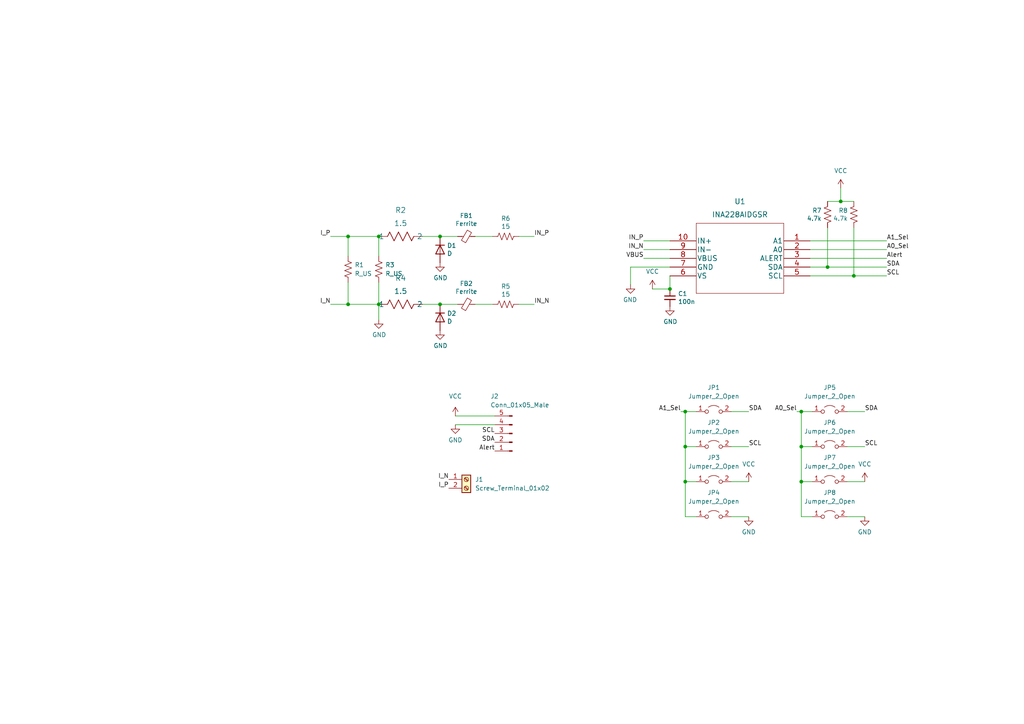
<source format=kicad_sch>
(kicad_sch (version 20211123) (generator eeschema)
  (paper "A4")
  (lib_symbols
    (symbol "Connector:Conn_01x05_Male" (pin_names (offset 1.016) hide)
      (property "Reference" "J" (at 0 7.62 0))
      (property "Value" "Conn_01x05_Male" (at 0 -7.62 0))
      (symbol "Conn_01x05_Male_1_1"
        (polyline (pts (xy 1.27 -5.08) (xy 0.8636 -5.08)) (stroke (width 0.1524)))
        (polyline (pts (xy 1.27 -2.54) (xy 0.8636 -2.54)) (stroke (width 0.1524)))
        (polyline (pts (xy 1.27 0) (xy 0.8636 0)) (stroke (width 0.1524)))
        (polyline (pts (xy 1.27 2.54) (xy 0.8636 2.54)) (stroke (width 0.1524)))
        (polyline (pts (xy 1.27 5.08) (xy 0.8636 5.08)) (stroke (width 0.1524)))
        (rectangle (start 0.8636 -4.953) (end 0 -5.207) (stroke (width 0.1524)) (fill (type outline)))
        (rectangle (start 0.8636 -2.413) (end 0 -2.667) (stroke (width 0.1524)) (fill (type outline)))
        (rectangle (start 0.8636 0.127) (end 0 -0.127) (stroke (width 0.1524)) (fill (type outline)))
        (rectangle (start 0.8636 2.667) (end 0 2.413) (stroke (width 0.1524)) (fill (type outline)))
        (rectangle (start 0.8636 5.207) (end 0 4.953) (stroke (width 0.1524)) (fill (type outline)))
        (pin passive line (at 5.08 5.08 180) (length 3.81) (name "Pin_1") (number "1"))
        (pin passive line (at 5.08 2.54 180) (length 3.81) (name "Pin_2") (number "2"))
        (pin passive line (at 5.08 0 180) (length 3.81) (name "Pin_3") (number "3"))
        (pin passive line (at 5.08 -2.54 180) (length 3.81) (name "Pin_4") (number "4"))
        (pin passive line (at 5.08 -5.08 180) (length 3.81) (name "Pin_5") (number "5"))
      )
    )
    (symbol "Connector:Screw_Terminal_01x02" (pin_names (offset 1.016) hide)
      (property "Reference" "J" (at 0 2.54 0))
      (property "Value" "Screw_Terminal_01x02" (at 0 -5.08 0))
      (symbol "Screw_Terminal_01x02_1_1"
        (rectangle (start -1.27 1.27) (end 1.27 -3.81) (stroke (width 0.254)) (fill (type background)))
        (circle (center 0 -2.54) (radius 0.635) (stroke (width 0.1524)))
        (polyline (pts (xy -0.5334 -2.2098) (xy 0.3302 -3.048)) (stroke (width 0.1524)))
        (polyline (pts (xy -0.5334 0.3302) (xy 0.3302 -0.508)) (stroke (width 0.1524)))
        (polyline (pts (xy -0.3556 -2.032) (xy 0.508 -2.8702)) (stroke (width 0.1524)))
        (polyline (pts (xy -0.3556 0.508) (xy 0.508 -0.3302)) (stroke (width 0.1524)))
        (circle (center 0 0) (radius 0.635) (stroke (width 0.1524)))
        (pin passive line (at -5.08 0 0) (length 3.81) (name "Pin_1") (number "1"))
        (pin passive line (at -5.08 -2.54 0) (length 3.81) (name "Pin_2") (number "2"))
      )
    )
    (symbol "Device:C_Small" (pin_numbers hide) (pin_names (offset 0.254) hide)
      (property "Reference" "C" (at 0.254 1.778 0))
      (property "Value" "C_Small" (at 0.254 -2.032 0))
      (symbol "C_Small_0_1"
        (polyline (pts (xy -1.524 -0.508) (xy 1.524 -0.508)) (stroke (width 0.3302)))
        (polyline (pts (xy -1.524 0.508) (xy 1.524 0.508)) (stroke (width 0.3048)))
      )
      (symbol "C_Small_1_1"
        (pin passive line (at 0 2.54 270) (length 2.032) (name "~") (number "1"))
        (pin passive line (at 0 -2.54 90) (length 2.032) (name "~") (number "2"))
      )
    )
    (symbol "Device:D" (pin_numbers hide) (pin_names (offset 1.016) hide)
      (property "Reference" "D" (at 0 2.54 0))
      (property "Value" "D" (at 0 -2.54 0))
      (symbol "D_0_1"
        (polyline (pts (xy -1.27 1.27) (xy -1.27 -1.27)) (stroke (width 0.254)))
        (polyline (pts (xy 1.27 0) (xy -1.27 0)))
        (polyline (pts (xy 1.27 1.27) (xy 1.27 -1.27) (xy -1.27 0) (xy 1.27 1.27)) (stroke (width 0.254)))
      )
      (symbol "D_1_1"
        (pin passive line (at -3.81 0 0) (length 2.54) (name "K") (number "1"))
        (pin passive line (at 3.81 0 180) (length 2.54) (name "A") (number "2"))
      )
    )
    (symbol "Device:Ferrite_Bead_Small" (pin_numbers hide) (pin_names (offset 0))
      (property "Reference" "FB" (at 1.905 1.27 0))
      (property "Value" "Device_Ferrite_Bead_Small" (at 1.905 -1.27 0))
      (symbol "Ferrite_Bead_Small_0_1"
        (polyline (pts (xy 0 -1.27) (xy 0 -0.7874)))
        (polyline (pts (xy 0 0.889) (xy 0 1.2954)))
        (polyline (pts (xy -1.8288 0.2794) (xy -1.1176 1.4986) (xy 1.8288 -0.2032) (xy 1.1176 -1.4224) (xy -1.8288 0.2794)))
      )
      (symbol "Ferrite_Bead_Small_1_1"
        (pin passive line (at 0 2.54 270) (length 1.27) (name "~") (number "1"))
        (pin passive line (at 0 -2.54 90) (length 1.27) (name "~") (number "2"))
      )
    )
    (symbol "Device:R_US" (pin_numbers hide) (pin_names (offset 0))
      (property "Reference" "R" (at 2.54 0 90))
      (property "Value" "R_US" (at -2.54 0 90))
      (symbol "R_US_0_1"
        (polyline (pts (xy 0 -2.286) (xy 0 -2.54)))
        (polyline (pts (xy 0 2.286) (xy 0 2.54)))
        (polyline (pts (xy 0 -0.762) (xy 1.016 -1.143) (xy 0 -1.524) (xy -1.016 -1.905) (xy 0 -2.286)))
        (polyline (pts (xy 0 0.762) (xy 1.016 0.381) (xy 0 0) (xy -1.016 -0.381) (xy 0 -0.762)))
        (polyline (pts (xy 0 2.286) (xy 1.016 1.905) (xy 0 1.524) (xy -1.016 1.143) (xy 0 0.762)))
      )
      (symbol "R_US_1_1"
        (pin passive line (at 0 3.81 270) (length 1.27) (name "~") (number "1"))
        (pin passive line (at 0 -3.81 90) (length 1.27) (name "~") (number "2"))
      )
    )
    (symbol "Fusible Resistor:FKN50SJR-52-1R5" (pin_numbers hide) (pin_names (offset -2.54))
      (property "Reference" "R" (at 5.715 3.81 0))
      (property "Value" "FKN50SJR-52-1R5" (at 6.35 -6.985 0))
      (symbol "FKN50SJR-52-1R5_1_1"
        (polyline (pts (xy 2.54 0) (xy 3.175 1.27)) (stroke (width 0.2032)))
        (polyline (pts (xy 3.175 1.27) (xy 4.445 -1.27)) (stroke (width 0.2032)))
        (polyline (pts (xy 4.445 -1.27) (xy 5.715 1.27)) (stroke (width 0.2032)))
        (polyline (pts (xy 5.715 1.27) (xy 6.985 -1.27)) (stroke (width 0.2032)))
        (polyline (pts (xy 6.985 -1.27) (xy 8.255 1.27)) (stroke (width 0.2032)))
        (polyline (pts (xy 8.255 1.27) (xy 9.525 -1.27)) (stroke (width 0.2032)))
        (polyline (pts (xy 9.525 -1.27) (xy 10.16 0)) (stroke (width 0.2032)))
        (pin unspecified line (at 0 0 0) (length 2.54) (name "1") (number "1"))
        (pin unspecified line (at 12.7 0 180) (length 2.54) (name "2") (number "2"))
      )
    )
    (symbol "INA228:INA228AIDGSR" (pin_names (offset 0.254))
      (property "Reference" "U" (at 20.32 10.16 0))
      (property "Value" "INA228AIDGSR" (at 20.32 7.62 0))
      (symbol "INA228AIDGSR_1_1"
        (polyline (pts (xy 7.62 -15.24) (xy 33.02 -15.24)) (stroke (width 0.127)))
        (polyline (pts (xy 7.62 5.08) (xy 7.62 -15.24)) (stroke (width 0.127)))
        (polyline (pts (xy 33.02 -15.24) (xy 33.02 5.08)) (stroke (width 0.127)))
        (polyline (pts (xy 33.02 5.08) (xy 7.62 5.08)) (stroke (width 0.127)))
        (pin input line (at 0 0 0) (length 7.62) (name "A1") (number "1"))
        (pin input line (at 40.64 0 180) (length 7.62) (name "IN+") (number "10"))
        (pin input line (at 0 -2.54 0) (length 7.62) (name "A0") (number "2"))
        (pin output line (at 0 -5.08 0) (length 7.62) (name "ALERT") (number "3"))
        (pin bidirectional line (at 0 -7.62 0) (length 7.62) (name "SDA") (number "4"))
        (pin input line (at 0 -10.16 0) (length 7.62) (name "SCL") (number "5"))
        (pin power_in line (at 40.64 -10.16 180) (length 7.62) (name "VS") (number "6"))
        (pin power_in line (at 40.64 -7.62 180) (length 7.62) (name "GND") (number "7"))
        (pin power_in line (at 40.64 -5.08 180) (length 7.62) (name "VBUS") (number "8"))
        (pin input line (at 40.64 -2.54 180) (length 7.62) (name "IN-") (number "9"))
      )
    )
    (symbol "Jumper:Jumper_2_Open" (pin_names (offset 0) hide)
      (property "Reference" "JP" (at 0 2.794 0))
      (property "Value" "Jumper_2_Open" (at 0 -2.286 0))
      (symbol "Jumper_2_Open_0_0"
        (circle (center -2.032 0) (radius 0.508))
        (circle (center 2.032 0) (radius 0.508))
      )
      (symbol "Jumper_2_Open_0_1"
        (arc (start 1.524 1.27) (mid 0 1.778) (end -1.524 1.27))
      )
      (symbol "Jumper_2_Open_1_1"
        (pin passive line (at -5.08 0 0) (length 2.54) (name "A") (number "1"))
        (pin passive line (at 5.08 0 180) (length 2.54) (name "B") (number "2"))
      )
    )
    (symbol "power:GND" (power) (pin_names (offset 0))
      (property "Value" "GND" (at 0 -3.81 0))
      (symbol "GND_0_1"
        (polyline (pts (xy 0 0) (xy 0 -1.27) (xy 1.27 -1.27) (xy 0 -2.54) (xy -1.27 -1.27) (xy 0 -1.27)))
      )
      (symbol "GND_1_1"
        (pin power_in line (at 0 0 270) (length 0) hide (name "GND") (number "1"))
      )
    )
    (symbol "power:VCC" (power) (pin_names (offset 0))
      (property "Value" "VCC" (at 0 3.81 0))
      (symbol "VCC_0_1"
        (polyline (pts (xy -0.762 1.27) (xy 0 2.54)))
        (polyline (pts (xy 0 0) (xy 0 2.54)))
        (polyline (pts (xy 0 2.54) (xy 0.762 1.27)))
      )
      (symbol "VCC_1_1"
        (pin power_in line (at 0 0 90) (length 0) hide (name "VCC") (number "1"))
      )
    )
  )
  (junction (at 194.31 83.82))
  (junction (at 240.03 77.47))
  (junction (at 198.755 129.54))
  (junction (at 198.755 139.7))
  (junction (at 127.635 88.265))
  (junction (at 100.965 88.265))
  (junction (at 100.965 68.58))
  (junction (at 127.635 68.58))
  (junction (at 247.65 80.01))
  (junction (at 243.84 58.42))
  (junction (at 232.41 119.38))
  (junction (at 198.755 119.38))
  (junction (at 109.855 88.265))
  (junction (at 232.41 139.7))
  (junction (at 232.41 129.54))
  (junction (at 109.855 68.58))
  (wire (pts (xy 95.885 88.265) (xy 100.965 88.265)))
  (wire (pts (xy 132.08 120.65) (xy 143.51 120.65)))
  (wire (pts (xy 127.635 68.58) (xy 132.715 68.58)))
  (wire (pts (xy 232.41 149.86) (xy 232.41 139.7)))
  (wire (pts (xy 245.745 139.7) (xy 250.825 139.7)))
  (wire (pts (xy 235.585 149.86) (xy 232.41 149.86)))
  (wire (pts (xy 234.95 69.85) (xy 257.175 69.85)))
  (wire (pts (xy 212.09 129.54) (xy 217.17 129.54)))
  (wire (pts (xy 243.84 58.42) (xy 240.03 58.42)))
  (wire (pts (xy 142.875 68.58) (xy 137.795 68.58)))
  (wire (pts (xy 240.03 77.47) (xy 257.175 77.47)))
  (wire (pts (xy 186.69 69.85) (xy 194.31 69.85)))
  (wire (pts (xy 100.965 88.265) (xy 109.855 88.265)))
  (wire (pts (xy 100.965 68.58) (xy 109.855 68.58)))
  (wire (pts (xy 182.88 77.47) (xy 182.88 82.55)))
  (wire (pts (xy 122.555 68.58) (xy 127.635 68.58)))
  (wire (pts (xy 201.93 149.86) (xy 198.755 149.86)))
  (wire (pts (xy 109.855 88.265) (xy 109.855 92.71)))
  (wire (pts (xy 122.555 88.265) (xy 127.635 88.265)))
  (wire (pts (xy 142.875 88.265) (xy 137.795 88.265)))
  (wire (pts (xy 95.885 68.58) (xy 100.965 68.58)))
  (wire (pts (xy 234.95 72.39) (xy 257.175 72.39)))
  (wire (pts (xy 245.745 119.38) (xy 250.825 119.38)))
  (wire (pts (xy 194.31 80.01) (xy 194.31 83.82)))
  (wire (pts (xy 198.755 119.38) (xy 201.93 119.38)))
  (wire (pts (xy 197.485 119.38) (xy 198.755 119.38)))
  (wire (pts (xy 194.31 77.47) (xy 182.88 77.47)))
  (wire (pts (xy 235.585 139.7) (xy 232.41 139.7)))
  (wire (pts (xy 201.93 129.54) (xy 198.755 129.54)))
  (wire (pts (xy 109.855 81.915) (xy 109.855 88.265)))
  (wire (pts (xy 240.03 77.47) (xy 234.95 77.47)))
  (wire (pts (xy 212.09 139.7) (xy 217.17 139.7)))
  (wire (pts (xy 132.08 123.19) (xy 143.51 123.19)))
  (wire (pts (xy 245.745 129.54) (xy 250.825 129.54)))
  (wire (pts (xy 186.69 74.93) (xy 194.31 74.93)))
  (wire (pts (xy 247.65 58.42) (xy 243.84 58.42)))
  (wire (pts (xy 247.65 80.01) (xy 257.175 80.01)))
  (wire (pts (xy 234.95 80.01) (xy 247.65 80.01)))
  (wire (pts (xy 232.41 139.7) (xy 232.41 129.54)))
  (wire (pts (xy 186.69 72.39) (xy 194.31 72.39)))
  (wire (pts (xy 232.41 129.54) (xy 232.41 119.38)))
  (wire (pts (xy 240.03 66.04) (xy 240.03 77.47)))
  (wire (pts (xy 245.745 149.86) (xy 250.825 149.86)))
  (wire (pts (xy 231.14 119.38) (xy 232.41 119.38)))
  (wire (pts (xy 109.855 68.58) (xy 109.855 74.295)))
  (wire (pts (xy 100.965 74.295) (xy 100.965 68.58)))
  (wire (pts (xy 232.41 119.38) (xy 235.585 119.38)))
  (wire (pts (xy 100.965 81.915) (xy 100.965 88.265)))
  (wire (pts (xy 150.495 88.265) (xy 154.94 88.265)))
  (wire (pts (xy 198.755 139.7) (xy 198.755 129.54)))
  (wire (pts (xy 150.495 68.58) (xy 154.94 68.58)))
  (wire (pts (xy 198.755 149.86) (xy 198.755 139.7)))
  (wire (pts (xy 247.65 66.04) (xy 247.65 80.01)))
  (wire (pts (xy 201.93 139.7) (xy 198.755 139.7)))
  (wire (pts (xy 198.755 129.54) (xy 198.755 119.38)))
  (wire (pts (xy 212.09 119.38) (xy 217.17 119.38)))
  (wire (pts (xy 234.95 74.93) (xy 257.175 74.93)))
  (wire (pts (xy 235.585 129.54) (xy 232.41 129.54)))
  (wire (pts (xy 212.09 149.86) (xy 217.17 149.86)))
  (wire (pts (xy 127.635 88.265) (xy 132.715 88.265)))
  (wire (pts (xy 194.31 83.82) (xy 189.23 83.82)))
  (wire (pts (xy 243.84 58.42) (xy 243.84 54.61)))
  (label "I_N" (at 130.175 139.065 180))
  (label "I_N" (at 95.885 88.265 180))
  (label "SCL" (at 143.51 125.73 180))
  (label "SCL" (at 217.17 129.54 0))
  (label "Alert" (at 143.51 130.81 180))
  (label "SDA" (at 250.825 119.38 0))
  (label "VBUS" (at 186.69 74.93 180))
  (label "SDA" (at 143.51 128.27 180))
  (label "A1_Sel" (at 257.175 69.85 0))
  (label "Alert" (at 257.175 74.93 0))
  (label "IN_N" (at 154.94 88.265 0))
  (label "IN_P" (at 154.94 68.58 0))
  (label "I_P" (at 130.175 141.605 180))
  (label "IN_P" (at 186.69 69.85 180))
  (label "I_P" (at 95.885 68.58 180))
  (label "IN_N" (at 186.69 72.39 180))
  (label "A1_Sel" (at 197.485 119.38 180))
  (label "A0_Sel" (at 257.175 72.39 0))
  (label "SDA" (at 217.17 119.38 0))
  (label "SDA" (at 257.175 77.47 0))
  (label "SCL" (at 250.825 129.54 0))
  (label "A0_Sel" (at 231.14 119.38 180))
  (label "SCL" (at 257.175 80.01 0))
  (symbol (lib_id "Device:D") (at 127.635 72.39 270) (unit 1)
    (property "Reference" "D1" (at 129.667 71.2216 90) (effects (justify left)))
    (property "Value" "D" (at 129.667 73.533 90) (effects (justify left)))
    (property "Footprint" "Diode_SMD:D_SMA_Handsoldering" (effects hide))
  )
  (symbol (lib_id "power:VCC") (at 250.825 139.7 0) (unit 1)
    (property "Reference" "#PWR012" (effects hide))
    (property "Value" "VCC" (at 250.825 134.62 0))
  )
  (symbol (lib_id "power:GND") (at 182.88 82.55 0) (mirror y) (unit 1)
    (property "Reference" "#PWR06" (effects hide))
    (property "Value" "GND" (at 182.753 86.9442 0))
  )
  (symbol (lib_id "Fusible Resistor:FKN50SJR-52-1R5") (at 109.855 88.265 0) (unit 1)
    (property "Reference" "R4" (at 116.205 80.645 0) (effects (font (size 1.524 1.524))))
    (property "Value" "1.5" (at 116.205 84.455 0) (effects (font (size 1.524 1.524))))
    (property "Footprint" "Fusible Resistor:FKN50SJR-52-1R5" (effects hide))
  )
  (symbol (lib_id "power:VCC") (at 243.84 54.61 0) (unit 1)
    (property "Reference" "#PWR011" (effects hide))
    (property "Value" "VCC" (at 243.84 49.53 0))
  )
  (symbol (lib_id "Jumper:Jumper_2_Open") (at 240.665 139.7 0) (unit 1)
    (property "Reference" "JP7" (at 240.665 132.715 0))
    (property "Value" "Jumper_2_Open" (at 240.665 135.255 0))
    (property "Footprint" "TestPoint:TestPoint_2Pads_Pitch2.54mm_Drill0.8mm" (effects hide))
  )
  (symbol (lib_id "Device:C_Small") (at 194.31 86.36 0) (unit 1)
    (property "Reference" "C1" (at 196.6468 85.1916 0) (effects (justify left)))
    (property "Value" "100n" (at 196.6468 87.503 0) (effects (justify left)))
    (property "Footprint" "Capacitor_SMD:C_0603_1608Metric_Pad1.08x0.95mm_HandSolder" (effects hide))
  )
  (symbol (lib_id "Jumper:Jumper_2_Open") (at 207.01 129.54 0) (unit 1)
    (property "Reference" "JP2" (at 207.01 122.555 0))
    (property "Value" "Jumper_2_Open" (at 207.01 125.095 0))
    (property "Footprint" "TestPoint:TestPoint_2Pads_Pitch2.54mm_Drill0.8mm" (effects hide))
  )
  (symbol (lib_id "Device:Ferrite_Bead_Small") (at 135.255 88.265 270) (unit 1)
    (property "Reference" "FB2" (at 135.255 82.2452 90))
    (property "Value" "Ferrite" (at 135.255 84.5566 90))
    (property "Footprint" "Inductor_SMD:L_0603_1608Metric_Pad1.05x0.95mm_HandSolder" (effects hide))
  )
  (symbol (lib_id "Jumper:Jumper_2_Open") (at 240.665 119.38 0) (unit 1)
    (property "Reference" "JP5" (at 240.665 112.395 0))
    (property "Value" "Jumper_2_Open" (at 240.665 114.935 0))
    (property "Footprint" "TestPoint:TestPoint_2Pads_Pitch2.54mm_Drill0.8mm" (effects hide))
  )
  (symbol (lib_id "Connector:Conn_01x05_Male") (at 148.59 125.73 180) (unit 1)
    (property "Reference" "J2" (at 142.24 114.935 0) (effects (justify right)))
    (property "Value" "Conn_01x05_Male" (at 142.24 117.475 0) (effects (justify right)))
    (property "Footprint" "Connector_PinSocket_2.54mm:PinSocket_1x05_P2.54mm_Vertical" (effects hide))
  )
  (symbol (lib_id "Jumper:Jumper_2_Open") (at 207.01 119.38 0) (unit 1)
    (property "Reference" "JP1" (at 207.01 112.395 0))
    (property "Value" "Jumper_2_Open" (at 207.01 114.935 0))
    (property "Footprint" "TestPoint:TestPoint_2Pads_Pitch2.54mm_Drill0.8mm" (effects hide))
  )
  (symbol (lib_id "Jumper:Jumper_2_Open") (at 240.665 149.86 0) (unit 1)
    (property "Reference" "JP8" (at 240.665 142.875 0))
    (property "Value" "Jumper_2_Open" (at 240.665 145.415 0))
    (property "Footprint" "TestPoint:TestPoint_2Pads_Pitch2.54mm_Drill0.8mm" (effects hide))
  )
  (symbol (lib_id "Connector:Screw_Terminal_01x02") (at 135.255 139.065 0) (unit 1)
    (property "Reference" "J1" (at 137.795 139.0649 0) (effects (justify left)))
    (property "Value" "Screw_Terminal_01x02" (at 137.795 141.6049 0) (effects (justify left)))
    (property "Footprint" "TerminalBlock_RND:TerminalBlock_RND_205-00067_1x02_P7.50mm_Horizontal" (effects hide))
  )
  (symbol (lib_id "power:VCC") (at 217.17 139.7 0) (unit 1)
    (property "Reference" "#PWR09" (effects hide))
    (property "Value" "VCC" (at 217.17 134.62 0))
  )
  (symbol (lib_id "power:GND") (at 109.855 92.71 0) (unit 1)
    (property "Reference" "#PWR01" (effects hide))
    (property "Value" "GND" (at 109.982 97.1042 0))
  )
  (symbol (lib_id "INA228:INA228AIDGSR") (at 234.95 69.85 0) (mirror y) (unit 1)
    (property "Reference" "U1" (at 214.63 58.42 0) (effects (font (size 1.524 1.524))))
    (property "Value" "INA228AIDGSR" (at 214.63 62.23 0) (effects (font (size 1.524 1.524))))
    (property "Footprint" "Package_SO:VSSOP-10_3x3mm_P0.5mm" (effects hide))
  )
  (symbol (lib_id "Device:Ferrite_Bead_Small") (at 135.255 68.58 270) (unit 1)
    (property "Reference" "FB1" (at 135.255 62.5602 90))
    (property "Value" "Ferrite" (at 135.255 64.8716 90))
    (property "Footprint" "Inductor_SMD:L_0603_1608Metric_Pad1.05x0.95mm_HandSolder" (effects hide))
  )
  (symbol (lib_id "Device:R_US") (at 109.855 78.105 0) (unit 1)
    (property "Reference" "R3" (at 111.76 76.8349 0) (effects (justify left)))
    (property "Value" "R_US" (at 111.76 79.3749 0) (effects (justify left)))
    (property "Footprint" "Resistor_SMD:R_2512_6332Metric_Pad1.40x3.35mm_HandSolder" (effects hide))
  )
  (symbol (lib_id "power:GND") (at 194.31 88.9 0) (unit 1)
    (property "Reference" "#PWR08" (effects hide))
    (property "Value" "GND" (at 194.437 93.2942 0))
  )
  (symbol (lib_id "Device:D") (at 127.635 92.075 270) (unit 1)
    (property "Reference" "D2" (at 129.667 90.9066 90) (effects (justify left)))
    (property "Value" "D" (at 129.667 93.218 90) (effects (justify left)))
    (property "Footprint" "Diode_SMD:D_SMA_Handsoldering" (effects hide))
  )
  (symbol (lib_id "power:GND") (at 250.825 149.86 0) (unit 1)
    (property "Reference" "#PWR013" (effects hide))
    (property "Value" "GND" (at 250.825 154.305 0))
  )
  (symbol (lib_id "Device:R_US") (at 146.685 88.265 270) (unit 1)
    (property "Reference" "R5" (at 146.685 83.058 90))
    (property "Value" "15" (at 146.685 85.3694 90))
    (property "Footprint" "Resistor_SMD:R_0603_1608Metric_Pad0.98x0.95mm_HandSolder" (effects hide))
  )
  (symbol (lib_id "power:GND") (at 217.17 149.86 0) (unit 1)
    (property "Reference" "#PWR010" (effects hide))
    (property "Value" "GND" (at 217.17 154.305 0))
  )
  (symbol (lib_id "Jumper:Jumper_2_Open") (at 207.01 139.7 0) (unit 1)
    (property "Reference" "JP3" (at 207.01 132.715 0))
    (property "Value" "Jumper_2_Open" (at 207.01 135.255 0))
    (property "Footprint" "TestPoint:TestPoint_2Pads_Pitch2.54mm_Drill0.8mm" (effects hide))
  )
  (symbol (lib_id "Jumper:Jumper_2_Open") (at 240.665 129.54 0) (unit 1)
    (property "Reference" "JP6" (at 240.665 122.555 0))
    (property "Value" "Jumper_2_Open" (at 240.665 125.095 0))
    (property "Footprint" "TestPoint:TestPoint_2Pads_Pitch2.54mm_Drill0.8mm" (effects hide))
  )
  (symbol (lib_id "power:GND") (at 132.08 123.19 0) (unit 1)
    (property "Reference" "#PWR05" (effects hide))
    (property "Value" "GND" (at 132.08 127.635 0))
  )
  (symbol (lib_id "Fusible Resistor:FKN50SJR-52-1R5") (at 109.855 68.58 0) (unit 1)
    (property "Reference" "R2" (at 116.205 60.96 0) (effects (font (size 1.524 1.524))))
    (property "Value" "1.5" (at 116.205 64.77 0) (effects (font (size 1.524 1.524))))
    (property "Footprint" "Fusible Resistor:FKN50SJR-52-1R5" (effects hide))
  )
  (symbol (lib_id "power:VCC") (at 189.23 83.82 0) (unit 1)
    (property "Reference" "#PWR07" (effects hide))
    (property "Value" "VCC" (at 189.23 78.74 0))
  )
  (symbol (lib_id "Device:R_US") (at 146.685 68.58 270) (unit 1)
    (property "Reference" "R6" (at 146.685 63.373 90))
    (property "Value" "15" (at 146.685 65.6844 90))
    (property "Footprint" "Resistor_SMD:R_0603_1608Metric_Pad0.98x0.95mm_HandSolder" (effects hide))
  )
  (symbol (lib_id "power:VCC") (at 132.08 120.65 0) (unit 1)
    (property "Reference" "#PWR04" (effects hide))
    (property "Value" "VCC" (at 132.08 114.935 0))
  )
  (symbol (lib_id "power:GND") (at 127.635 76.2 0) (unit 1)
    (property "Reference" "#PWR02" (effects hide))
    (property "Value" "GND" (at 127.762 80.5942 0))
  )
  (symbol (lib_id "Device:R_US") (at 240.03 62.23 0) (mirror y) (unit 1)
    (property "Reference" "R7" (at 238.3028 61.0616 0) (effects (justify left)))
    (property "Value" "4.7k" (at 238.3028 63.373 0) (effects (justify left)))
    (property "Footprint" "Resistor_SMD:R_0603_1608Metric_Pad0.98x0.95mm_HandSolder" (effects hide))
  )
  (symbol (lib_id "Device:R_US") (at 247.65 62.23 0) (mirror y) (unit 1)
    (property "Reference" "R8" (at 245.9228 61.0616 0) (effects (justify left)))
    (property "Value" "4.7k" (at 245.9228 63.373 0) (effects (justify left)))
    (property "Footprint" "Resistor_SMD:R_0603_1608Metric_Pad0.98x0.95mm_HandSolder" (effects hide))
  )
  (symbol (lib_id "power:GND") (at 127.635 95.885 0) (unit 1)
    (property "Reference" "#PWR03" (effects hide))
    (property "Value" "GND" (at 127.762 100.2792 0))
  )
  (symbol (lib_id "Device:R_US") (at 100.965 78.105 0) (unit 1)
    (property "Reference" "R1" (at 102.87 76.8349 0) (effects (justify left)))
    (property "Value" "R_US" (at 102.87 79.3749 0) (effects (justify left)))
    (property "Footprint" "Resistor_THT:R_Axial_DIN0414_L11.9mm_D4.5mm_P15.24mm_Horizontal" (effects hide))
  )
  (symbol (lib_id "Jumper:Jumper_2_Open") (at 207.01 149.86 0) (unit 1)
    (property "Reference" "JP4" (at 207.01 142.875 0))
    (property "Value" "Jumper_2_Open" (at 207.01 145.415 0))
    (property "Footprint" "TestPoint:TestPoint_2Pads_Pitch2.54mm_Drill0.8mm" (effects hide))
  )
)
</source>
